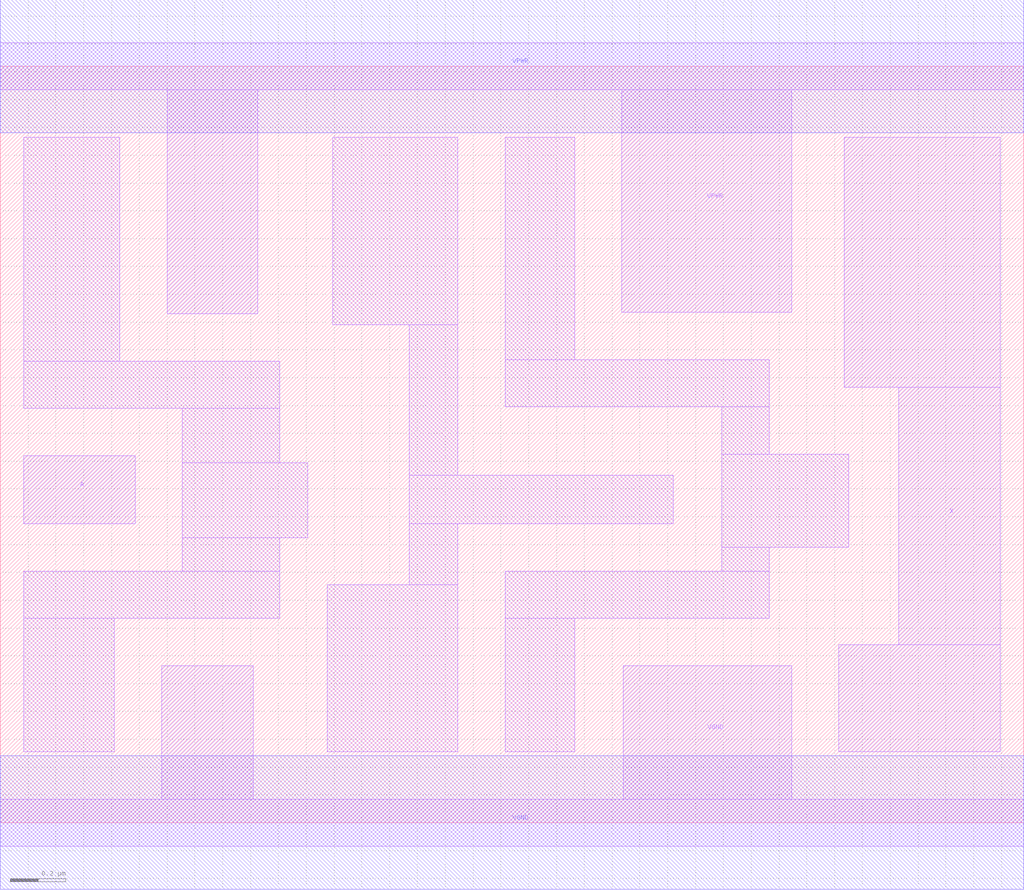
<source format=lef>
# Copyright 2020 The SkyWater PDK Authors
#
# Licensed under the Apache License, Version 2.0 (the "License");
# you may not use this file except in compliance with the License.
# You may obtain a copy of the License at
#
#     https://www.apache.org/licenses/LICENSE-2.0
#
# Unless required by applicable law or agreed to in writing, software
# distributed under the License is distributed on an "AS IS" BASIS,
# WITHOUT WARRANTIES OR CONDITIONS OF ANY KIND, either express or implied.
# See the License for the specific language governing permissions and
# limitations under the License.
#
# SPDX-License-Identifier: Apache-2.0

VERSION 5.5 ;
NAMESCASESENSITIVE ON ;
BUSBITCHARS "[]" ;
DIVIDERCHAR "/" ;
MACRO sky130_fd_sc_hd__clkdlybuf4s25_1
  CLASS CORE ;
  SOURCE USER ;
  ORIGIN  0.000000  0.000000 ;
  SIZE  3.680000 BY  2.720000 ;
  SYMMETRY X Y R90 ;
  SITE unithd ;
  PIN A
    ANTENNAGATEAREA  0.213000 ;
    DIRECTION INPUT ;
    USE SIGNAL ;
    PORT
      LAYER li1 ;
        RECT 0.085000 1.075000 0.485000 1.320000 ;
    END
  END A
  PIN X
    ANTENNADIFFAREA  0.702900 ;
    DIRECTION OUTPUT ;
    USE SIGNAL ;
    PORT
      LAYER li1 ;
        RECT 3.015000 0.255000 3.595000 0.640000 ;
        RECT 3.035000 1.565000 3.595000 2.465000 ;
        RECT 3.230000 0.640000 3.595000 1.565000 ;
    END
  END X
  PIN VGND
    DIRECTION INOUT ;
    SHAPE ABUTMENT ;
    USE GROUND ;
    PORT
      LAYER li1 ;
        RECT 0.000000 -0.085000 3.680000 0.085000 ;
        RECT 0.580000  0.085000 0.910000 0.565000 ;
        RECT 2.240000  0.085000 2.845000 0.565000 ;
    END
    PORT
      LAYER met1 ;
        RECT 0.000000 -0.240000 3.680000 0.240000 ;
    END
  END VGND
  PIN VPWR
    DIRECTION INOUT ;
    SHAPE ABUTMENT ;
    USE POWER ;
    PORT
      LAYER li1 ;
        RECT 0.000000 2.635000 3.680000 2.805000 ;
        RECT 0.600000 1.830000 0.925000 2.635000 ;
        RECT 2.235000 1.835000 2.845000 2.635000 ;
    END
    PORT
      LAYER met1 ;
        RECT 0.000000 2.480000 3.680000 2.960000 ;
    END
  END VPWR
  OBS
    LAYER li1 ;
      RECT 0.085000 0.255000 0.410000 0.735000 ;
      RECT 0.085000 0.735000 1.005000 0.905000 ;
      RECT 0.085000 1.490000 1.005000 1.660000 ;
      RECT 0.085000 1.660000 0.430000 2.465000 ;
      RECT 0.655000 0.905000 1.005000 1.025000 ;
      RECT 0.655000 1.025000 1.105000 1.295000 ;
      RECT 0.655000 1.295000 1.005000 1.490000 ;
      RECT 1.175000 0.255000 1.645000 0.855000 ;
      RECT 1.195000 1.790000 1.645000 2.465000 ;
      RECT 1.470000 0.855000 1.645000 1.075000 ;
      RECT 1.470000 1.075000 2.420000 1.250000 ;
      RECT 1.470000 1.250000 1.645000 1.790000 ;
      RECT 1.815000 0.255000 2.065000 0.735000 ;
      RECT 1.815000 0.735000 2.765000 0.905000 ;
      RECT 1.815000 1.495000 2.765000 1.665000 ;
      RECT 1.815000 1.665000 2.065000 2.465000 ;
      RECT 2.595000 0.905000 2.765000 0.990000 ;
      RECT 2.595000 0.990000 3.050000 1.325000 ;
      RECT 2.595000 1.325000 2.765000 1.495000 ;
  END
END sky130_fd_sc_hd__clkdlybuf4s25_1

</source>
